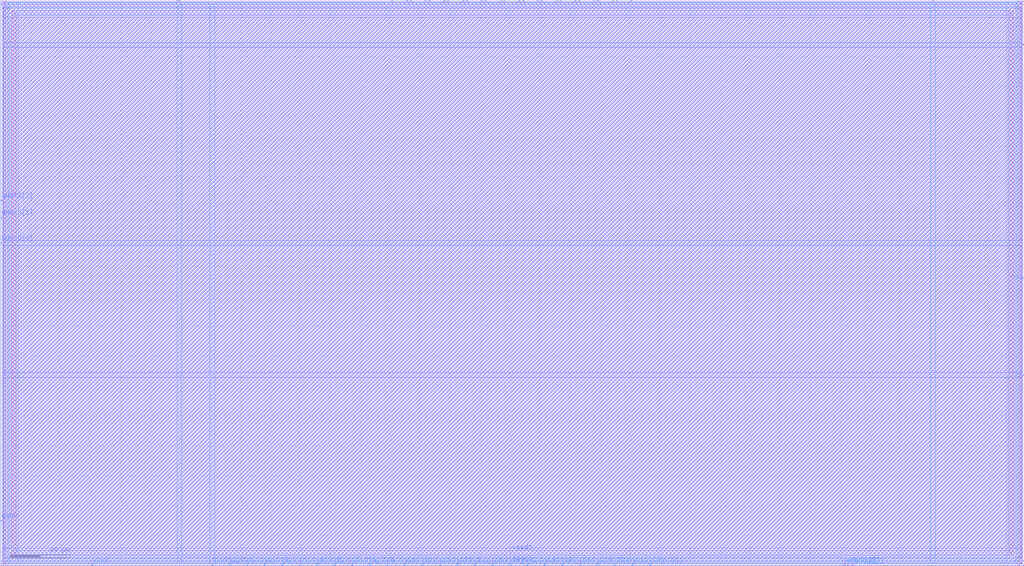
<source format=lef>
VERSION 5.4 ;
NAMESCASESENSITIVE ON ;
BUSBITCHARS "[]" ;
DIVIDERCHAR "/" ;
UNITS
  DATABASE MICRONS 1000 ;
END UNITS
MACRO dcache_tag_ram
   CLASS BLOCK ;
   SIZE 341.42 BY 188.98 ;
   SYMMETRY X Y R90 ;
   PIN din0[0]
      DIRECTION INPUT ;
      PORT
         LAYER met4 ;
         RECT  70.4 0.0 70.78 0.38 ;
      END
   END din0[0]
   PIN din0[1]
      DIRECTION INPUT ;
      PORT
         LAYER met4 ;
         RECT  76.24 0.0 76.62 0.38 ;
      END
   END din0[1]
   PIN din0[2]
      DIRECTION INPUT ;
      PORT
         LAYER met4 ;
         RECT  82.08 0.0 82.46 0.38 ;
      END
   END din0[2]
   PIN din0[3]
      DIRECTION INPUT ;
      PORT
         LAYER met4 ;
         RECT  87.92 0.0 88.3 0.38 ;
      END
   END din0[3]
   PIN din0[4]
      DIRECTION INPUT ;
      PORT
         LAYER met4 ;
         RECT  93.76 0.0 94.14 0.38 ;
      END
   END din0[4]
   PIN din0[5]
      DIRECTION INPUT ;
      PORT
         LAYER met4 ;
         RECT  99.6 0.0 99.98 0.38 ;
      END
   END din0[5]
   PIN din0[6]
      DIRECTION INPUT ;
      PORT
         LAYER met4 ;
         RECT  105.44 0.0 105.82 0.38 ;
      END
   END din0[6]
   PIN din0[7]
      DIRECTION INPUT ;
      PORT
         LAYER met4 ;
         RECT  111.28 0.0 111.66 0.38 ;
      END
   END din0[7]
   PIN din0[8]
      DIRECTION INPUT ;
      PORT
         LAYER met4 ;
         RECT  117.12 0.0 117.5 0.38 ;
      END
   END din0[8]
   PIN din0[9]
      DIRECTION INPUT ;
      PORT
         LAYER met4 ;
         RECT  122.96 0.0 123.34 0.38 ;
      END
   END din0[9]
   PIN din0[10]
      DIRECTION INPUT ;
      PORT
         LAYER met4 ;
         RECT  128.8 0.0 129.18 0.38 ;
      END
   END din0[10]
   PIN din0[11]
      DIRECTION INPUT ;
      PORT
         LAYER met4 ;
         RECT  134.64 0.0 135.02 0.38 ;
      END
   END din0[11]
   PIN din0[12]
      DIRECTION INPUT ;
      PORT
         LAYER met4 ;
         RECT  140.48 0.0 140.86 0.38 ;
      END
   END din0[12]
   PIN din0[13]
      DIRECTION INPUT ;
      PORT
         LAYER met4 ;
         RECT  146.32 0.0 146.7 0.38 ;
      END
   END din0[13]
   PIN din0[14]
      DIRECTION INPUT ;
      PORT
         LAYER met4 ;
         RECT  152.16 0.0 152.54 0.38 ;
      END
   END din0[14]
   PIN din0[15]
      DIRECTION INPUT ;
      PORT
         LAYER met4 ;
         RECT  158.0 0.0 158.38 0.38 ;
      END
   END din0[15]
   PIN din0[16]
      DIRECTION INPUT ;
      PORT
         LAYER met4 ;
         RECT  163.84 0.0 164.22 0.38 ;
      END
   END din0[16]
   PIN din0[17]
      DIRECTION INPUT ;
      PORT
         LAYER met4 ;
         RECT  169.68 0.0 170.06 0.38 ;
      END
   END din0[17]
   PIN din0[18]
      DIRECTION INPUT ;
      PORT
         LAYER met4 ;
         RECT  175.52 0.0 175.9 0.38 ;
      END
   END din0[18]
   PIN din0[19]
      DIRECTION INPUT ;
      PORT
         LAYER met4 ;
         RECT  181.36 0.0 181.74 0.38 ;
      END
   END din0[19]
   PIN din0[20]
      DIRECTION INPUT ;
      PORT
         LAYER met4 ;
         RECT  187.2 0.0 187.58 0.38 ;
      END
   END din0[20]
   PIN din0[21]
      DIRECTION INPUT ;
      PORT
         LAYER met4 ;
         RECT  193.04 0.0 193.42 0.38 ;
      END
   END din0[21]
   PIN din0[22]
      DIRECTION INPUT ;
      PORT
         LAYER met4 ;
         RECT  198.88 0.0 199.26 0.38 ;
      END
   END din0[22]
   PIN din0[23]
      DIRECTION INPUT ;
      PORT
         LAYER met4 ;
         RECT  204.72 0.0 205.1 0.38 ;
      END
   END din0[23]
   PIN din0[24]
      DIRECTION INPUT ;
      PORT
         LAYER met4 ;
         RECT  210.56 0.0 210.94 0.38 ;
      END
   END din0[24]
   PIN din0[25]
      DIRECTION INPUT ;
      PORT
         LAYER met4 ;
         RECT  216.4 0.0 216.78 0.38 ;
      END
   END din0[25]
   PIN addr0[0]
      DIRECTION INPUT ;
      PORT
         LAYER met3 ;
         RECT  0.0 107.58 0.38 107.96 ;
      END
   END addr0[0]
   PIN addr0[1]
      DIRECTION INPUT ;
      PORT
         LAYER met3 ;
         RECT  0.0 116.08 0.38 116.46 ;
      END
   END addr0[1]
   PIN addr0[2]
      DIRECTION INPUT ;
      PORT
         LAYER met3 ;
         RECT  0.0 121.72 0.38 122.1 ;
      END
   END addr0[2]
   PIN addr0[3]
      DIRECTION INPUT ;
      PORT
         LAYER met4 ;
         RECT  59.465 188.6 59.845 188.98 ;
      END
   END addr0[3]
   PIN addr0[4]
      DIRECTION INPUT ;
      PORT
         LAYER met4 ;
         RECT  58.72 188.6 59.1 188.98 ;
      END
   END addr0[4]
   PIN addr1[0]
      DIRECTION INPUT ;
      PORT
         LAYER met3 ;
         RECT  341.04 63.54 341.42 63.92 ;
      END
   END addr1[0]
   PIN addr1[1]
      DIRECTION INPUT ;
      PORT
         LAYER met4 ;
         RECT  283.86 0.0 284.24 0.38 ;
      END
   END addr1[1]
   PIN addr1[2]
      DIRECTION INPUT ;
      PORT
         LAYER met4 ;
         RECT  280.885 0.0 281.265 0.38 ;
      END
   END addr1[2]
   PIN addr1[3]
      DIRECTION INPUT ;
      PORT
         LAYER met4 ;
         RECT  281.575 0.0 281.955 0.38 ;
      END
   END addr1[3]
   PIN addr1[4]
      DIRECTION INPUT ;
      PORT
         LAYER met4 ;
         RECT  282.32 0.0 282.7 0.38 ;
      END
   END addr1[4]
   PIN csb0
      DIRECTION INPUT ;
      PORT
         LAYER met3 ;
         RECT  0.0 14.87 0.38 15.25 ;
      END
   END csb0
   PIN csb1
      DIRECTION INPUT ;
      PORT
         LAYER met3 ;
         RECT  341.04 173.73 341.42 174.11 ;
      END
   END csb1
   PIN clk0
      DIRECTION INPUT ;
      PORT
         LAYER met4 ;
         RECT  30.26 0.0 30.64 0.38 ;
      END
   END clk0
   PIN clk1
      DIRECTION INPUT ;
      PORT
         LAYER met4 ;
         RECT  310.78 188.6 311.16 188.98 ;
      END
   END clk1
   PIN dout1[0]
      DIRECTION OUTPUT ;
      PORT
         LAYER met4 ;
         RECT  130.385 188.6 130.765 188.98 ;
      END
   END dout1[0]
   PIN dout1[1]
      DIRECTION OUTPUT ;
      PORT
         LAYER met4 ;
         RECT  135.355 188.6 135.735 188.98 ;
      END
   END dout1[1]
   PIN dout1[2]
      DIRECTION OUTPUT ;
      PORT
         LAYER met4 ;
         RECT  136.625 188.6 137.005 188.98 ;
      END
   END dout1[2]
   PIN dout1[3]
      DIRECTION OUTPUT ;
      PORT
         LAYER met4 ;
         RECT  141.595 188.6 141.975 188.98 ;
      END
   END dout1[3]
   PIN dout1[4]
      DIRECTION OUTPUT ;
      PORT
         LAYER met4 ;
         RECT  142.865 188.6 143.245 188.98 ;
      END
   END dout1[4]
   PIN dout1[5]
      DIRECTION OUTPUT ;
      PORT
         LAYER met4 ;
         RECT  147.835 188.6 148.215 188.98 ;
      END
   END dout1[5]
   PIN dout1[6]
      DIRECTION OUTPUT ;
      PORT
         LAYER met4 ;
         RECT  149.105 188.6 149.485 188.98 ;
      END
   END dout1[6]
   PIN dout1[7]
      DIRECTION OUTPUT ;
      PORT
         LAYER met4 ;
         RECT  154.075 188.6 154.455 188.98 ;
      END
   END dout1[7]
   PIN dout1[8]
      DIRECTION OUTPUT ;
      PORT
         LAYER met4 ;
         RECT  155.345 188.6 155.725 188.98 ;
      END
   END dout1[8]
   PIN dout1[9]
      DIRECTION OUTPUT ;
      PORT
         LAYER met4 ;
         RECT  160.315 188.6 160.695 188.98 ;
      END
   END dout1[9]
   PIN dout1[10]
      DIRECTION OUTPUT ;
      PORT
         LAYER met4 ;
         RECT  161.585 188.6 161.965 188.98 ;
      END
   END dout1[10]
   PIN dout1[11]
      DIRECTION OUTPUT ;
      PORT
         LAYER met4 ;
         RECT  166.555 188.6 166.935 188.98 ;
      END
   END dout1[11]
   PIN dout1[12]
      DIRECTION OUTPUT ;
      PORT
         LAYER met4 ;
         RECT  167.825 188.6 168.205 188.98 ;
      END
   END dout1[12]
   PIN dout1[13]
      DIRECTION OUTPUT ;
      PORT
         LAYER met4 ;
         RECT  172.795 188.6 173.175 188.98 ;
      END
   END dout1[13]
   PIN dout1[14]
      DIRECTION OUTPUT ;
      PORT
         LAYER met4 ;
         RECT  174.065 188.6 174.445 188.98 ;
      END
   END dout1[14]
   PIN dout1[15]
      DIRECTION OUTPUT ;
      PORT
         LAYER met4 ;
         RECT  179.035 188.6 179.415 188.98 ;
      END
   END dout1[15]
   PIN dout1[16]
      DIRECTION OUTPUT ;
      PORT
         LAYER met4 ;
         RECT  180.305 188.6 180.685 188.98 ;
      END
   END dout1[16]
   PIN dout1[17]
      DIRECTION OUTPUT ;
      PORT
         LAYER met4 ;
         RECT  185.275 188.6 185.655 188.98 ;
      END
   END dout1[17]
   PIN dout1[18]
      DIRECTION OUTPUT ;
      PORT
         LAYER met4 ;
         RECT  186.545 188.6 186.925 188.98 ;
      END
   END dout1[18]
   PIN dout1[19]
      DIRECTION OUTPUT ;
      PORT
         LAYER met4 ;
         RECT  191.515 188.6 191.895 188.98 ;
      END
   END dout1[19]
   PIN dout1[20]
      DIRECTION OUTPUT ;
      PORT
         LAYER met4 ;
         RECT  192.785 188.6 193.165 188.98 ;
      END
   END dout1[20]
   PIN dout1[21]
      DIRECTION OUTPUT ;
      PORT
         LAYER met4 ;
         RECT  197.755 188.6 198.135 188.98 ;
      END
   END dout1[21]
   PIN dout1[22]
      DIRECTION OUTPUT ;
      PORT
         LAYER met4 ;
         RECT  199.025 188.6 199.405 188.98 ;
      END
   END dout1[22]
   PIN dout1[23]
      DIRECTION OUTPUT ;
      PORT
         LAYER met4 ;
         RECT  203.995 188.6 204.375 188.98 ;
      END
   END dout1[23]
   PIN dout1[24]
      DIRECTION OUTPUT ;
      PORT
         LAYER met4 ;
         RECT  205.265 188.6 205.645 188.98 ;
      END
   END dout1[24]
   PIN dout1[25]
      DIRECTION OUTPUT ;
      PORT
         LAYER met4 ;
         RECT  210.235 188.6 210.615 188.98 ;
      END
   END dout1[25]
   PIN vccd1
      DIRECTION INOUT ;
      USE POWER ; 
      SHAPE ABUTMENT ; 
      PORT
         LAYER met3 ;
         RECT  0.0 187.24 341.42 188.98 ;
         LAYER met4 ;
         RECT  0.0 0.0 1.74 188.98 ;
         LAYER met4 ;
         RECT  339.68 0.0 341.42 188.98 ;
         LAYER met3 ;
         RECT  0.0 0.0 341.42 1.74 ;
      END
   END vccd1
   PIN vssd1
      DIRECTION INOUT ;
      USE GROUND ; 
      SHAPE ABUTMENT ; 
      PORT
         LAYER met3 ;
         RECT  3.48 183.76 337.94 185.5 ;
         LAYER met3 ;
         RECT  3.48 3.48 337.94 5.22 ;
         LAYER met4 ;
         RECT  3.48 3.48 5.22 185.5 ;
         LAYER met4 ;
         RECT  336.2 3.48 337.94 185.5 ;
      END
   END vssd1
   OBS
   LAYER  met1 ;
      RECT  0.62 0.62 340.8 188.36 ;
   LAYER  met2 ;
      RECT  0.62 0.62 340.8 188.36 ;
   LAYER  met3 ;
      RECT  0.98 106.98 340.8 108.56 ;
      RECT  0.62 108.56 0.98 115.48 ;
      RECT  0.62 117.06 0.98 121.12 ;
      RECT  0.98 62.94 340.44 64.52 ;
      RECT  0.98 64.52 340.44 106.98 ;
      RECT  340.44 64.52 340.8 106.98 ;
      RECT  0.62 15.85 0.98 106.98 ;
      RECT  0.98 108.56 340.44 173.13 ;
      RECT  0.98 173.13 340.44 174.71 ;
      RECT  340.44 108.56 340.8 173.13 ;
      RECT  0.62 122.7 0.98 186.64 ;
      RECT  340.44 174.71 340.8 186.64 ;
      RECT  340.44 2.34 340.8 62.94 ;
      RECT  0.62 2.34 0.98 14.27 ;
      RECT  0.98 174.71 2.88 183.16 ;
      RECT  0.98 183.16 2.88 186.1 ;
      RECT  0.98 186.1 2.88 186.64 ;
      RECT  2.88 174.71 338.54 183.16 ;
      RECT  2.88 186.1 338.54 186.64 ;
      RECT  338.54 174.71 340.44 183.16 ;
      RECT  338.54 183.16 340.44 186.1 ;
      RECT  338.54 186.1 340.44 186.64 ;
      RECT  0.98 2.34 2.88 2.88 ;
      RECT  0.98 2.88 2.88 5.82 ;
      RECT  0.98 5.82 2.88 62.94 ;
      RECT  2.88 2.34 338.54 2.88 ;
      RECT  2.88 5.82 338.54 62.94 ;
      RECT  338.54 2.34 340.44 2.88 ;
      RECT  338.54 2.88 340.44 5.82 ;
      RECT  338.54 5.82 340.44 62.94 ;
   LAYER  met4 ;
      RECT  69.8 0.98 71.38 188.36 ;
      RECT  71.38 0.62 75.64 0.98 ;
      RECT  77.22 0.62 81.48 0.98 ;
      RECT  83.06 0.62 87.32 0.98 ;
      RECT  88.9 0.62 93.16 0.98 ;
      RECT  94.74 0.62 99.0 0.98 ;
      RECT  100.58 0.62 104.84 0.98 ;
      RECT  106.42 0.62 110.68 0.98 ;
      RECT  112.26 0.62 116.52 0.98 ;
      RECT  118.1 0.62 122.36 0.98 ;
      RECT  123.94 0.62 128.2 0.98 ;
      RECT  129.78 0.62 134.04 0.98 ;
      RECT  135.62 0.62 139.88 0.98 ;
      RECT  141.46 0.62 145.72 0.98 ;
      RECT  147.3 0.62 151.56 0.98 ;
      RECT  153.14 0.62 157.4 0.98 ;
      RECT  158.98 0.62 163.24 0.98 ;
      RECT  164.82 0.62 169.08 0.98 ;
      RECT  170.66 0.62 174.92 0.98 ;
      RECT  176.5 0.62 180.76 0.98 ;
      RECT  182.34 0.62 186.6 0.98 ;
      RECT  188.18 0.62 192.44 0.98 ;
      RECT  194.02 0.62 198.28 0.98 ;
      RECT  199.86 0.62 204.12 0.98 ;
      RECT  205.7 0.62 209.96 0.98 ;
      RECT  211.54 0.62 215.8 0.98 ;
      RECT  58.865 0.98 60.445 188.0 ;
      RECT  60.445 0.98 69.8 188.0 ;
      RECT  60.445 188.0 69.8 188.36 ;
      RECT  217.38 0.62 280.285 0.98 ;
      RECT  31.24 0.62 69.8 0.98 ;
      RECT  71.38 0.98 310.18 188.0 ;
      RECT  310.18 0.98 311.76 188.0 ;
      RECT  71.38 188.0 129.785 188.36 ;
      RECT  131.365 188.0 134.755 188.36 ;
      RECT  137.605 188.0 140.995 188.36 ;
      RECT  143.845 188.0 147.235 188.36 ;
      RECT  150.085 188.0 153.475 188.36 ;
      RECT  156.325 188.0 159.715 188.36 ;
      RECT  162.565 188.0 165.955 188.36 ;
      RECT  168.805 188.0 172.195 188.36 ;
      RECT  175.045 188.0 178.435 188.36 ;
      RECT  181.285 188.0 184.675 188.36 ;
      RECT  187.525 188.0 190.915 188.36 ;
      RECT  193.765 188.0 197.155 188.36 ;
      RECT  200.005 188.0 203.395 188.36 ;
      RECT  206.245 188.0 209.635 188.36 ;
      RECT  211.215 188.0 310.18 188.36 ;
      RECT  2.34 188.0 58.12 188.36 ;
      RECT  2.34 0.62 29.66 0.98 ;
      RECT  284.84 0.62 339.08 0.98 ;
      RECT  311.76 188.0 339.08 188.36 ;
      RECT  2.34 0.98 2.88 2.88 ;
      RECT  2.34 2.88 2.88 186.1 ;
      RECT  2.34 186.1 2.88 188.0 ;
      RECT  2.88 0.98 5.82 2.88 ;
      RECT  2.88 186.1 5.82 188.0 ;
      RECT  5.82 0.98 58.865 2.88 ;
      RECT  5.82 2.88 58.865 186.1 ;
      RECT  5.82 186.1 58.865 188.0 ;
      RECT  311.76 0.98 335.6 2.88 ;
      RECT  311.76 2.88 335.6 186.1 ;
      RECT  311.76 186.1 335.6 188.0 ;
      RECT  335.6 0.98 338.54 2.88 ;
      RECT  335.6 186.1 338.54 188.0 ;
      RECT  338.54 0.98 339.08 2.88 ;
      RECT  338.54 2.88 339.08 186.1 ;
      RECT  338.54 186.1 339.08 188.0 ;
   END
END    dcache_tag_ram
END    LIBRARY

</source>
